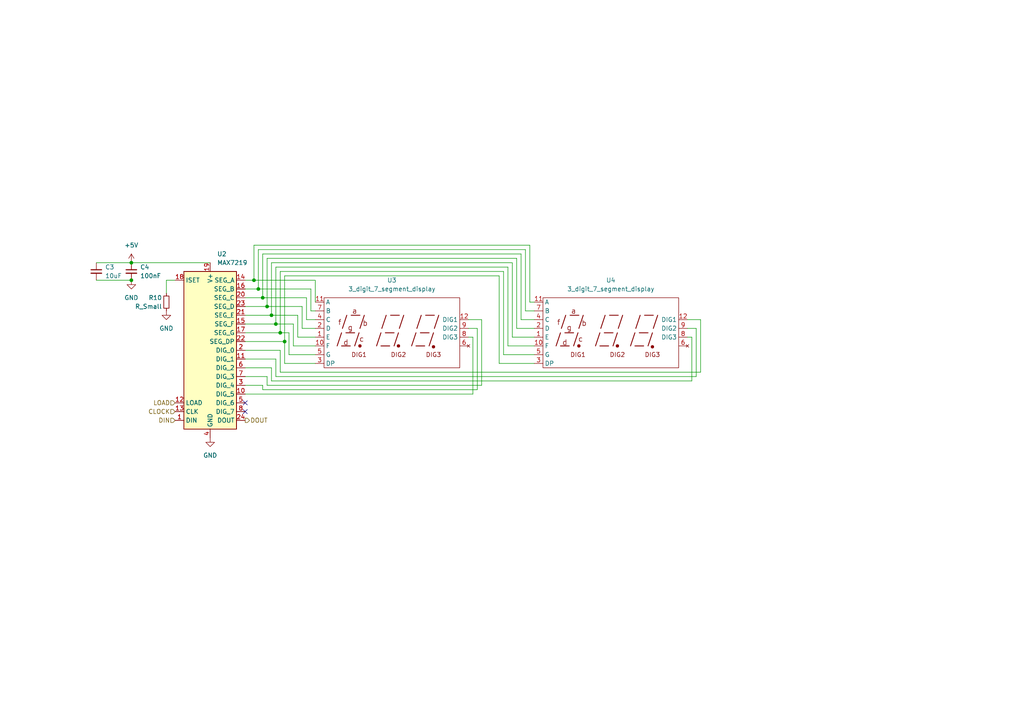
<source format=kicad_sch>
(kicad_sch (version 20211123) (generator eeschema)
  (paper "A4")
  (lib_symbols
    (symbol "Device:C_Small" (pin_numbers hide) (pin_names (offset 0.254) hide)
      (property "Reference" "C" (at 0.254 1.778 0))
      (property "Value" "C_Small" (at 0.254 -2.032 0))
      (symbol "C_Small_0_1"
        (polyline (pts (xy -1.524 -0.508) (xy 1.524 -0.508)) (stroke (width 0.3302)))
        (polyline (pts (xy -1.524 0.508) (xy 1.524 0.508)) (stroke (width 0.3048)))
      )
      (symbol "C_Small_1_1"
        (pin passive line (at 0 2.54 270) (length 2.032) (name "~") (number "1"))
        (pin passive line (at 0 -2.54 90) (length 2.032) (name "~") (number "2"))
      )
    )
    (symbol "Device:R_Small" (pin_numbers hide) (pin_names (offset 0.254) hide)
      (property "Reference" "R" (at 0.762 0.508 0))
      (property "Value" "R_Small" (at 0.762 -1.016 0))
      (symbol "R_Small_0_1"
        (rectangle (start -0.762 1.778) (end 0.762 -1.778) (stroke (width 0.2032)))
      )
      (symbol "R_Small_1_1"
        (pin passive line (at 0 2.54 270) (length 0.762) (name "~") (number "1"))
        (pin passive line (at 0 -2.54 90) (length 0.762) (name "~") (number "2"))
      )
    )
    (symbol "Driver_LED:MAX7219"
      (property "Reference" "U" (at -6.35 24.13 0))
      (property "Value" "MAX7219" (at 1.27 25.4 0))
      (symbol "MAX7219_0_1"
        (rectangle (start -7.62 22.86) (end 7.62 -22.86) (stroke (width 0.254)) (fill (type background)))
      )
      (symbol "MAX7219_1_1"
        (pin input line (at -10.16 -20.32 0) (length 2.54) (name "DIN") (number "1"))
        (pin output line (at 10.16 -12.7 180) (length 2.54) (name "DIG_5") (number "10"))
        (pin output line (at 10.16 -2.54 180) (length 2.54) (name "DIG_1") (number "11"))
        (pin input line (at -10.16 -15.24 0) (length 2.54) (name "LOAD") (number "12"))
        (pin input line (at -10.16 -17.78 0) (length 2.54) (name "CLK") (number "13"))
        (pin output line (at 10.16 20.32 180) (length 2.54) (name "SEG_A") (number "14"))
        (pin output line (at 10.16 7.62 180) (length 2.54) (name "SEG_F") (number "15"))
        (pin output line (at 10.16 17.78 180) (length 2.54) (name "SEG_B") (number "16"))
        (pin output line (at 10.16 5.08 180) (length 2.54) (name "SEG_G") (number "17"))
        (pin input line (at -10.16 20.32 0) (length 2.54) (name "ISET") (number "18"))
        (pin power_in line (at 0 25.4 270) (length 2.54) (name "V+") (number "19"))
        (pin output line (at 10.16 0 180) (length 2.54) (name "DIG_0") (number "2"))
        (pin output line (at 10.16 15.24 180) (length 2.54) (name "SEG_C") (number "20"))
        (pin output line (at 10.16 10.16 180) (length 2.54) (name "SEG_E") (number "21"))
        (pin output line (at 10.16 2.54 180) (length 2.54) (name "SEG_DP") (number "22"))
        (pin output line (at 10.16 12.7 180) (length 2.54) (name "SEG_D") (number "23"))
        (pin output line (at 10.16 -20.32 180) (length 2.54) (name "DOUT") (number "24"))
        (pin output line (at 10.16 -10.16 180) (length 2.54) (name "DIG_4") (number "3"))
        (pin power_in line (at 0 -25.4 90) (length 2.54) (name "GND") (number "4"))
        (pin output line (at 10.16 -15.24 180) (length 2.54) (name "DIG_6") (number "5"))
        (pin output line (at 10.16 -5.08 180) (length 2.54) (name "DIG_2") (number "6"))
        (pin output line (at 10.16 -7.62 180) (length 2.54) (name "DIG_3") (number "7"))
        (pin output line (at 10.16 -17.78 180) (length 2.54) (name "DIG_7") (number "8"))
        (pin passive line (at 0 -25.4 90) (length 2.54) hide (name "GND") (number "9"))
      )
    )
    (symbol "Generic-radio-stack:3_digit_7_segment_display"
      (property "Reference" "U" (at 0 -11.43 0))
      (property "Value" "3_digit_7_segment_display" (at 0 11.43 0))
      (symbol "3_digit_7_segment_display_0_0"
        (polyline (pts (xy -15.24 -3.81) (xy -13.97 0)) (stroke (width 0.254)))
        (polyline (pts (xy -13.97 -3.81) (xy -11.43 -3.81)) (stroke (width 0.254)))
        (polyline (pts (xy -13.716 1.27) (xy -12.446 5.08)) (stroke (width 0.254)))
        (polyline (pts (xy -12.7 0) (xy -10.16 0)) (stroke (width 0.254)))
        (polyline (pts (xy -11.176 5.08) (xy -8.636 5.08)) (stroke (width 0.254)))
        (polyline (pts (xy -10.16 -3.81) (xy -8.89 0)) (stroke (width 0.254)))
        (polyline (pts (xy -8.636 1.27) (xy -7.366 5.08)) (stroke (width 0.254)))
        (polyline (pts (xy -3.81 -3.81) (xy -2.54 0)) (stroke (width 0.254)))
        (polyline (pts (xy -2.54 -3.81) (xy 0 -3.81)) (stroke (width 0.254)))
        (polyline (pts (xy -2.286 1.27) (xy -1.016 5.08)) (stroke (width 0.254)))
        (polyline (pts (xy -1.27 0) (xy 1.27 0)) (stroke (width 0.254)))
        (polyline (pts (xy 0.254 5.08) (xy 2.794 5.08)) (stroke (width 0.254)))
        (polyline (pts (xy 1.27 -3.81) (xy 2.54 0)) (stroke (width 0.254)))
        (polyline (pts (xy 2.794 1.27) (xy 4.064 5.08)) (stroke (width 0.254)))
        (polyline (pts (xy 6.35 -3.81) (xy 7.62 0)) (stroke (width 0.254)))
        (polyline (pts (xy 7.62 -3.81) (xy 10.16 -3.81)) (stroke (width 0.254)))
        (polyline (pts (xy 7.874 1.27) (xy 9.144 5.08)) (stroke (width 0.254)))
        (polyline (pts (xy 8.89 0) (xy 11.43 0)) (stroke (width 0.254)))
        (polyline (pts (xy 10.414 5.08) (xy 12.954 5.08)) (stroke (width 0.254)))
        (polyline (pts (xy 11.43 -3.81) (xy 12.7 0)) (stroke (width 0.254)))
        (polyline (pts (xy 12.954 1.27) (xy 14.224 5.08)) (stroke (width 0.254)))
        (text "a" (at -10.16 6.35 0) (effects (font (size 1.524 1.524))))
        (text "b" (at -7.112 2.794 0) (effects (font (size 1.524 1.524))))
        (text "c" (at -8.128 -1.778 0) (effects (font (size 1.524 1.524))))
        (text "d" (at -12.7 -2.794 0) (effects (font (size 1.524 1.524))))
        (text "DIG1" (at -8.89 -6.35 0) (effects (font (size 1.27 1.27))))
        (text "DIG2" (at 2.54 -6.35 0) (effects (font (size 1.27 1.27))))
        (text "DIG3" (at 12.7 -6.35 0) (effects (font (size 1.27 1.27))))
        (text "f" (at -14.478 3.048 0) (effects (font (size 1.524 1.524))))
        (text "g" (at -11.43 1.524 0) (effects (font (size 1.524 1.524))))
        (pin input line (at -21.59 -1.27 0) (length 2.54) (name "E") (number "1"))
        (pin input line (at -21.59 -3.81 0) (length 2.54) (name "F") (number "10"))
        (pin input line (at -21.59 8.89 0) (length 2.54) (name "A") (number "11"))
        (pin input line (at 22.86 3.81 180) (length 2.54) (name "DIG1") (number "12"))
        (pin input line (at -21.59 1.27 0) (length 2.54) (name "D") (number "2"))
        (pin input line (at -21.59 -8.89 0) (length 2.54) (name "DP") (number "3"))
        (pin input line (at -21.59 3.81 0) (length 2.54) (name "C") (number "4"))
        (pin input line (at -21.59 -6.35 0) (length 2.54) (name "G") (number "5"))
        (pin no_connect line (at 22.86 -3.81 180) (length 2.54) (name "") (number "6"))
        (pin input line (at -21.59 6.35 0) (length 2.54) (name "B") (number "7"))
        (pin input line (at 22.86 -1.27 180) (length 2.54) (name "DIG3") (number "8"))
        (pin input line (at 22.86 1.27 180) (length 2.54) (name "DIG2") (number "9"))
      )
      (symbol "3_digit_7_segment_display_0_1"
        (rectangle (start -19.05 10.16) (end 20.32 -10.16))
        (circle (center -8.636 -3.81) (radius 0.3556) (stroke (width 0.254)) (fill (type outline)))
        (circle (center 2.54 -3.81) (radius 0.3556) (stroke (width 0.254)) (fill (type outline)))
      )
      (symbol "3_digit_7_segment_display_1_0"
        (circle (center 12.7 -4.064) (radius 0.3556) (stroke (width 0.254)) (fill (type outline)))
      )
    )
    (symbol "power:+5V" (power) (pin_names (offset 0))
      (property "Value" "+5V" (at 0 3.556 0))
      (symbol "+5V_0_1"
        (polyline (pts (xy -0.762 1.27) (xy 0 2.54)))
        (polyline (pts (xy 0 0) (xy 0 2.54)))
        (polyline (pts (xy 0 2.54) (xy 0.762 1.27)))
      )
      (symbol "+5V_1_1"
        (pin power_in line (at 0 0 90) (length 0) hide (name "+5V") (number "1"))
      )
    )
    (symbol "power:GND" (power) (pin_names (offset 0))
      (property "Value" "GND" (at 0 -3.81 0))
      (symbol "GND_0_1"
        (polyline (pts (xy 0 0) (xy 0 -1.27) (xy 1.27 -1.27) (xy 0 -2.54) (xy -1.27 -1.27) (xy 0 -1.27)))
      )
      (symbol "GND_1_1"
        (pin power_in line (at 0 0 270) (length 0) hide (name "GND") (number "1"))
      )
    )
  )
  (junction (at 80.01 93.98))
  (junction (at 38.1 76.2))
  (junction (at 82.55 99.06))
  (junction (at 81.28 96.52))
  (junction (at 77.47 88.9))
  (junction (at 73.66 81.28))
  (junction (at 74.93 83.82))
  (junction (at 38.1 81.28))
  (junction (at 76.2 86.36))
  (junction (at 78.74 91.44))
  (no_connect (at 71.12 116.84))
  (no_connect (at 71.12 119.38))
  (wire (pts (xy 78.74 106.68) (xy 71.12 106.68)))
  (wire (pts (xy 80.01 104.14) (xy 80.01 109.22)))
  (wire (pts (xy 78.74 76.2) (xy 148.59 76.2)))
  (wire (pts (xy 139.7 92.71) (xy 139.7 111.76)))
  (wire (pts (xy 201.93 95.25) (xy 199.39 95.25)))
  (wire (pts (xy 135.89 92.71) (xy 139.7 92.71)))
  (wire (pts (xy 200.66 97.79) (xy 199.39 97.79)))
  (wire (pts (xy 82.55 99.06) (xy 71.12 99.06)))
  (wire (pts (xy 80.01 109.22) (xy 201.93 109.22)))
  (wire (pts (xy 27.94 81.28) (xy 38.1 81.28)))
  (wire (pts (xy 91.44 105.41) (xy 82.55 105.41)))
  (wire (pts (xy 48.26 81.28) (xy 48.26 85.09)))
  (wire (pts (xy 81.28 96.52) (xy 81.28 78.74)))
  (wire (pts (xy 154.94 87.63) (xy 153.67 87.63)))
  (wire (pts (xy 78.74 106.68) (xy 78.74 110.49)))
  (wire (pts (xy 88.9 92.71) (xy 91.44 92.71)))
  (wire (pts (xy 71.12 101.6) (xy 81.28 101.6)))
  (wire (pts (xy 71.12 114.3) (xy 137.16 114.3)))
  (wire (pts (xy 146.05 102.87) (xy 154.94 102.87)))
  (wire (pts (xy 85.09 100.33) (xy 85.09 93.98)))
  (wire (pts (xy 91.44 81.28) (xy 91.44 87.63)))
  (wire (pts (xy 71.12 83.82) (xy 74.93 83.82)))
  (wire (pts (xy 74.93 72.39) (xy 152.4 72.39)))
  (wire (pts (xy 144.78 80.01) (xy 144.78 105.41)))
  (wire (pts (xy 77.47 109.22) (xy 71.12 109.22)))
  (wire (pts (xy 80.01 77.47) (xy 80.01 93.98)))
  (wire (pts (xy 203.2 92.71) (xy 199.39 92.71)))
  (wire (pts (xy 78.74 110.49) (xy 200.66 110.49)))
  (wire (pts (xy 77.47 88.9) (xy 77.47 74.93)))
  (wire (pts (xy 74.93 83.82) (xy 90.17 83.82)))
  (wire (pts (xy 90.17 83.82) (xy 90.17 90.17)))
  (wire (pts (xy 147.32 100.33) (xy 147.32 77.47)))
  (wire (pts (xy 91.44 100.33) (xy 85.09 100.33)))
  (wire (pts (xy 76.2 73.66) (xy 76.2 86.36)))
  (wire (pts (xy 90.17 90.17) (xy 91.44 90.17)))
  (wire (pts (xy 138.43 95.25) (xy 138.43 113.03)))
  (wire (pts (xy 76.2 73.66) (xy 151.13 73.66)))
  (wire (pts (xy 73.66 71.12) (xy 73.66 81.28)))
  (wire (pts (xy 76.2 113.03) (xy 138.43 113.03)))
  (wire (pts (xy 81.28 96.52) (xy 83.82 96.52)))
  (wire (pts (xy 135.89 97.79) (xy 137.16 97.79)))
  (wire (pts (xy 149.86 74.93) (xy 149.86 95.25)))
  (wire (pts (xy 86.36 91.44) (xy 86.36 97.79)))
  (wire (pts (xy 71.12 111.76) (xy 76.2 111.76)))
  (wire (pts (xy 137.16 97.79) (xy 137.16 114.3)))
  (wire (pts (xy 82.55 105.41) (xy 82.55 99.06)))
  (wire (pts (xy 154.94 100.33) (xy 147.32 100.33)))
  (wire (pts (xy 71.12 86.36) (xy 76.2 86.36)))
  (wire (pts (xy 87.63 88.9) (xy 77.47 88.9)))
  (wire (pts (xy 77.47 74.93) (xy 149.86 74.93)))
  (wire (pts (xy 76.2 86.36) (xy 88.9 86.36)))
  (wire (pts (xy 148.59 76.2) (xy 148.59 97.79)))
  (wire (pts (xy 73.66 81.28) (xy 91.44 81.28)))
  (wire (pts (xy 76.2 111.76) (xy 76.2 113.03)))
  (wire (pts (xy 85.09 93.98) (xy 80.01 93.98)))
  (wire (pts (xy 86.36 97.79) (xy 91.44 97.79)))
  (wire (pts (xy 91.44 95.25) (xy 87.63 95.25)))
  (wire (pts (xy 81.28 101.6) (xy 81.28 107.95)))
  (wire (pts (xy 38.1 76.2) (xy 60.96 76.2)))
  (wire (pts (xy 83.82 96.52) (xy 83.82 102.87)))
  (wire (pts (xy 83.82 102.87) (xy 91.44 102.87)))
  (wire (pts (xy 74.93 83.82) (xy 74.93 72.39)))
  (wire (pts (xy 71.12 91.44) (xy 78.74 91.44)))
  (wire (pts (xy 152.4 90.17) (xy 154.94 90.17)))
  (wire (pts (xy 80.01 93.98) (xy 71.12 93.98)))
  (wire (pts (xy 149.86 95.25) (xy 154.94 95.25)))
  (wire (pts (xy 151.13 92.71) (xy 151.13 73.66)))
  (wire (pts (xy 82.55 99.06) (xy 82.55 80.01)))
  (wire (pts (xy 77.47 111.76) (xy 77.47 109.22)))
  (wire (pts (xy 78.74 91.44) (xy 86.36 91.44)))
  (wire (pts (xy 88.9 86.36) (xy 88.9 92.71)))
  (wire (pts (xy 80.01 77.47) (xy 147.32 77.47)))
  (wire (pts (xy 87.63 95.25) (xy 87.63 88.9)))
  (wire (pts (xy 71.12 81.28) (xy 73.66 81.28)))
  (wire (pts (xy 71.12 96.52) (xy 81.28 96.52)))
  (wire (pts (xy 27.94 76.2) (xy 38.1 76.2)))
  (wire (pts (xy 82.55 80.01) (xy 144.78 80.01)))
  (wire (pts (xy 78.74 91.44) (xy 78.74 76.2)))
  (wire (pts (xy 148.59 97.79) (xy 154.94 97.79)))
  (wire (pts (xy 201.93 95.25) (xy 201.93 109.22)))
  (wire (pts (xy 152.4 72.39) (xy 152.4 90.17)))
  (wire (pts (xy 81.28 78.74) (xy 146.05 78.74)))
  (wire (pts (xy 135.89 95.25) (xy 138.43 95.25)))
  (wire (pts (xy 73.66 71.12) (xy 153.67 71.12)))
  (wire (pts (xy 139.7 111.76) (xy 77.47 111.76)))
  (wire (pts (xy 71.12 104.14) (xy 80.01 104.14)))
  (wire (pts (xy 203.2 107.95) (xy 203.2 92.71)))
  (wire (pts (xy 200.66 110.49) (xy 200.66 97.79)))
  (wire (pts (xy 50.8 81.28) (xy 48.26 81.28)))
  (wire (pts (xy 153.67 87.63) (xy 153.67 71.12)))
  (wire (pts (xy 144.78 105.41) (xy 154.94 105.41)))
  (wire (pts (xy 154.94 92.71) (xy 151.13 92.71)))
  (wire (pts (xy 146.05 78.74) (xy 146.05 102.87)))
  (wire (pts (xy 81.28 107.95) (xy 203.2 107.95)))
  (wire (pts (xy 77.47 88.9) (xy 71.12 88.9)))
  (hierarchical_label "DIN" (shape input) (at 50.8 121.92 180))
  (hierarchical_label "CLOCK" (shape input) (at 50.8 119.38 180))
  (hierarchical_label "DOUT" (shape output) (at 71.12 121.92 0))
  (hierarchical_label "LOAD" (shape input) (at 50.8 116.84 180))
  (symbol (lib_id "Driver_LED:MAX7219") (at 60.96 101.6 0)
    (property "Reference" "U2" (at 62.9794 73.66 0) (effects (justify left)))
    (property "Value" "MAX7219" (at 62.9794 76.2 0) (effects (justify left)))
    (property "Footprint" "Package_SO:SOIC-24W_7.5x15.4mm_P1.27mm" (effects hide))
    (property "Datasheet" "https://datasheets.maximintegrated.com/en/ds/MAX7219-MAX7221.pdf" (effects hide))
  )
  (symbol (lib_id "Generic-radio-stack:3_digit_7_segment_display") (at 176.53 96.52 0)
    (property "Reference" "U4" (at 177.165 81.28 0))
    (property "Value" "3_digit_7_segment_display" (at 177.165 83.82 0))
  )
  (symbol (lib_id "Device:C_Small") (at 38.1 78.74 0)
    (property "Reference" "C4" (at 40.64 77.4762 0) (effects (justify left)))
    (property "Value" "100nF" (at 40.64 80.0162 0) (effects (justify left)))
    (property "Footprint" "Generic-radio-stack:Perfect_0402" (effects hide))
  )
  (symbol (lib_id "power:GND") (at 38.1 81.28 0)
    (property "Reference" "#PWR013" (effects hide))
    (property "Value" "GND" (at 38.1 86.36 0))
  )
  (symbol (lib_id "Device:R_Small") (at 48.26 87.63 0)
    (property "Reference" "R10" (at 46.99 86.36 0) (effects (justify right)))
    (property "Value" "R_Small" (at 46.99 88.9 0) (effects (justify right)))
    (property "Footprint" "Generic-radio-stack:Perfect_0402" (effects hide))
  )
  (symbol (lib_id "power:+5V") (at 38.1 76.2 0)
    (property "Reference" "#PWR012" (effects hide))
    (property "Value" "+5V" (at 38.1 71.12 0))
  )
  (symbol (lib_id "power:GND") (at 48.26 90.17 0)
    (property "Reference" "#PWR014" (effects hide))
    (property "Value" "GND" (at 48.26 95.25 0))
  )
  (symbol (lib_id "power:GND") (at 60.96 127 0)
    (property "Reference" "#PWR015" (effects hide))
    (property "Value" "GND" (at 60.96 132.08 0))
  )
  (symbol (lib_id "Device:C_Small") (at 27.94 78.74 0)
    (property "Reference" "C3" (at 30.48 77.4762 0) (effects (justify left)))
    (property "Value" "10uF" (at 30.48 80.0162 0) (effects (justify left)))
    (property "Footprint" "Generic-radio-stack:Perfect_0402" (effects hide))
  )
  (symbol (lib_id "Generic-radio-stack:3_digit_7_segment_display") (at 113.03 96.52 0)
    (property "Reference" "U3" (at 113.665 81.28 0))
    (property "Value" "3_digit_7_segment_display" (at 113.665 83.82 0))
  )
)
</source>
